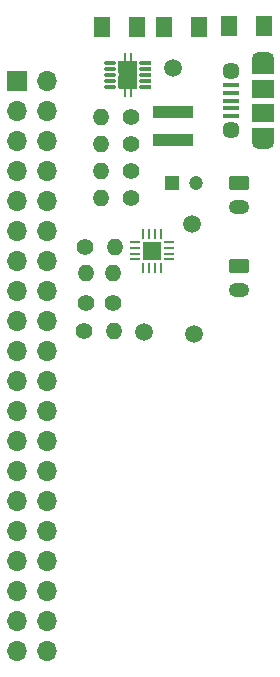
<source format=gbs>
%TF.GenerationSoftware,KiCad,Pcbnew,7.0.2*%
%TF.CreationDate,2024-02-22T17:56:03+01:00*%
%TF.ProjectId,flowsense,666c6f77-7365-46e7-9365-2e6b69636164,rev?*%
%TF.SameCoordinates,Original*%
%TF.FileFunction,Soldermask,Bot*%
%TF.FilePolarity,Negative*%
%FSLAX46Y46*%
G04 Gerber Fmt 4.6, Leading zero omitted, Abs format (unit mm)*
G04 Created by KiCad (PCBNEW 7.0.2) date 2024-02-22 17:56:03*
%MOMM*%
%LPD*%
G01*
G04 APERTURE LIST*
G04 Aperture macros list*
%AMRoundRect*
0 Rectangle with rounded corners*
0 $1 Rounding radius*
0 $2 $3 $4 $5 $6 $7 $8 $9 X,Y pos of 4 corners*
0 Add a 4 corners polygon primitive as box body*
4,1,4,$2,$3,$4,$5,$6,$7,$8,$9,$2,$3,0*
0 Add four circle primitives for the rounded corners*
1,1,$1+$1,$2,$3*
1,1,$1+$1,$4,$5*
1,1,$1+$1,$6,$7*
1,1,$1+$1,$8,$9*
0 Add four rect primitives between the rounded corners*
20,1,$1+$1,$2,$3,$4,$5,0*
20,1,$1+$1,$4,$5,$6,$7,0*
20,1,$1+$1,$6,$7,$8,$9,0*
20,1,$1+$1,$8,$9,$2,$3,0*%
G04 Aperture macros list end*
%ADD10R,1.700000X1.700000*%
%ADD11O,1.700000X1.700000*%
%ADD12C,1.400000*%
%ADD13O,1.400000X1.400000*%
%ADD14RoundRect,0.250001X-0.462499X-0.624999X0.462499X-0.624999X0.462499X0.624999X-0.462499X0.624999X0*%
%ADD15R,1.350000X0.400000*%
%ADD16O,1.900000X1.200000*%
%ADD17R,1.900000X1.200000*%
%ADD18C,1.450000*%
%ADD19R,1.900000X1.500000*%
%ADD20RoundRect,0.062500X-0.062500X0.375000X-0.062500X-0.375000X0.062500X-0.375000X0.062500X0.375000X0*%
%ADD21RoundRect,0.062500X-0.375000X0.062500X-0.375000X-0.062500X0.375000X-0.062500X0.375000X0.062500X0*%
%ADD22R,1.600000X1.600000*%
%ADD23C,1.500000*%
%ADD24RoundRect,0.250001X0.462499X0.624999X-0.462499X0.624999X-0.462499X-0.624999X0.462499X-0.624999X0*%
%ADD25RoundRect,0.250000X-0.625000X0.350000X-0.625000X-0.350000X0.625000X-0.350000X0.625000X0.350000X0*%
%ADD26O,1.750000X1.200000*%
%ADD27R,3.400000X0.980000*%
%ADD28R,1.200000X1.200000*%
%ADD29C,1.200000*%
%ADD30RoundRect,0.070000X0.140000X0.140000X-0.140000X0.140000X-0.140000X-0.140000X0.140000X-0.140000X0*%
%ADD31O,0.990000X0.420000*%
%ADD32C,0.600000*%
%ADD33R,0.680000X1.050000*%
%ADD34R,0.260000X0.500000*%
%ADD35R,0.280000X0.700000*%
%ADD36R,1.650000X2.400000*%
G04 APERTURE END LIST*
D10*
%TO.C,J1*%
X64008000Y-39624000D03*
D11*
X66548000Y-39624000D03*
X64008000Y-42164000D03*
X66548000Y-42164000D03*
X64008000Y-44704000D03*
X66548000Y-44704000D03*
X64008000Y-47244000D03*
X66548000Y-47244000D03*
X64008000Y-49784000D03*
X66548000Y-49784000D03*
X64008000Y-52324000D03*
X66548000Y-52324000D03*
X64008000Y-54864000D03*
X66548000Y-54864000D03*
X64008000Y-57404000D03*
X66548000Y-57404000D03*
X64008000Y-59944000D03*
X66548000Y-59944000D03*
X64008000Y-62484000D03*
X66548000Y-62484000D03*
X64008000Y-65024000D03*
X66548000Y-65024000D03*
X64008000Y-67564000D03*
X66548000Y-67564000D03*
X64008000Y-70104000D03*
X66548000Y-70104000D03*
X64008000Y-72644000D03*
X66548000Y-72644000D03*
X64008000Y-75184000D03*
X66548000Y-75184000D03*
X64008000Y-77724000D03*
X66548000Y-77724000D03*
X64008000Y-80264000D03*
X66548000Y-80264000D03*
X64008000Y-82804000D03*
X66548000Y-82804000D03*
X64008000Y-85344000D03*
X66548000Y-85344000D03*
X64008000Y-87884000D03*
X66548000Y-87884000D03*
%TD*%
D12*
%TO.C,R8*%
X73660000Y-45000000D03*
D13*
X71120000Y-45000000D03*
%TD*%
D14*
%TO.C,D2*%
X76490500Y-35052000D03*
X79465500Y-35052000D03*
%TD*%
D12*
%TO.C,R6*%
X73660000Y-42672000D03*
D13*
X71120000Y-42672000D03*
%TD*%
D14*
%TO.C,D1*%
X71207300Y-35052000D03*
X74182300Y-35052000D03*
%TD*%
D12*
%TO.C,R4*%
X69850000Y-58420000D03*
D13*
X69850000Y-55880000D03*
%TD*%
D15*
%TO.C,J3*%
X82136000Y-40015000D03*
X82136000Y-40665000D03*
X82136000Y-41315000D03*
X82136000Y-41965000D03*
X82136000Y-42615000D03*
D16*
X84836000Y-37815000D03*
D17*
X84836000Y-38415000D03*
D18*
X82136000Y-38815000D03*
D19*
X84836000Y-40315000D03*
X84836000Y-42315000D03*
D18*
X82136000Y-43815000D03*
D17*
X84836000Y-44215000D03*
D16*
X84836000Y-44815000D03*
%TD*%
D20*
%TO.C,U1*%
X74687500Y-52562500D03*
X75187500Y-52562500D03*
X75687500Y-52562500D03*
X76187500Y-52562500D03*
D21*
X76875000Y-53250000D03*
X76875000Y-53750000D03*
X76875000Y-54250000D03*
X76875000Y-54750000D03*
D20*
X76187500Y-55437500D03*
X75687500Y-55437500D03*
X75187500Y-55437500D03*
X74687500Y-55437500D03*
D21*
X74000000Y-54750000D03*
X74000000Y-54250000D03*
X74000000Y-53750000D03*
X74000000Y-53250000D03*
D22*
X75437500Y-54000000D03*
%TD*%
D12*
%TO.C,R2*%
X73660000Y-49530000D03*
D13*
X71120000Y-49530000D03*
%TD*%
D23*
%TO.C,TP4*%
X78841600Y-51765200D03*
%TD*%
D12*
%TO.C,R3*%
X69723000Y-60833000D03*
D13*
X72263000Y-60833000D03*
%TD*%
D12*
%TO.C,R1*%
X72136000Y-58420000D03*
D13*
X72136000Y-55880000D03*
%TD*%
D12*
%TO.C,R5*%
X73660000Y-47244000D03*
D13*
X71120000Y-47244000D03*
%TD*%
D24*
%TO.C,D_REC*%
X84975000Y-35000000D03*
X82000000Y-35000000D03*
%TD*%
D25*
%TO.C,BATT*%
X82804000Y-48292000D03*
D26*
X82804000Y-50292000D03*
%TD*%
D25*
%TO.C,SOLAR*%
X82804000Y-55302400D03*
D26*
X82804000Y-57302400D03*
%TD*%
D12*
%TO.C,R7*%
X69747600Y-53695600D03*
D13*
X72287600Y-53695600D03*
%TD*%
D27*
%TO.C,L1*%
X77266800Y-44619000D03*
X77266800Y-42249000D03*
%TD*%
D28*
%TO.C,C1*%
X77165200Y-48260000D03*
D29*
X79165200Y-48260000D03*
%TD*%
D23*
%TO.C,+5v*%
X77250000Y-38500000D03*
%TD*%
D30*
%TO.C,U2*%
X75170000Y-38116000D03*
D31*
X74885000Y-38116000D03*
D30*
X75170000Y-38616000D03*
D31*
X74885000Y-38616000D03*
D30*
X75170000Y-39116000D03*
D31*
X74885000Y-39116000D03*
D30*
X75170000Y-39616000D03*
D31*
X74885000Y-39616000D03*
D30*
X75170000Y-40116000D03*
D31*
X74885000Y-40116000D03*
X71935000Y-40116000D03*
D30*
X71650000Y-40116000D03*
D31*
X71935000Y-39616000D03*
D30*
X71650000Y-39616000D03*
D31*
X71935000Y-39116000D03*
D30*
X71650000Y-39116000D03*
D31*
X71935000Y-38616000D03*
D30*
X71650000Y-38616000D03*
D31*
X71935000Y-38116000D03*
D30*
X71650000Y-38116000D03*
D32*
X73910000Y-39866000D03*
X73910000Y-38366000D03*
D33*
X73860000Y-39751000D03*
X73860000Y-38481000D03*
D34*
X73660000Y-40746000D03*
D35*
X73660000Y-40666000D03*
X73660000Y-37566000D03*
D34*
X73660000Y-37486000D03*
D32*
X73410000Y-39116000D03*
D36*
X73410000Y-39116000D03*
D34*
X73160000Y-40746000D03*
D35*
X73160000Y-40666000D03*
X73160000Y-37566000D03*
D34*
X73160000Y-37486000D03*
D33*
X72960000Y-39751000D03*
X72960000Y-38481000D03*
D32*
X72910000Y-39866000D03*
X72910000Y-38366000D03*
%TD*%
D23*
%TO.C,GND*%
X78994000Y-61061600D03*
%TD*%
%TO.C,VDD*%
X74777600Y-60858400D03*
%TD*%
M02*

</source>
